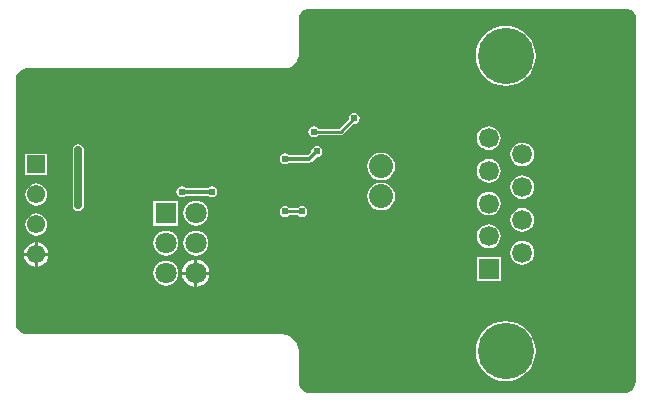
<source format=gbl>
G04 Layer_Physical_Order=2*
G04 Layer_Color=16711680*
%FSLAX25Y25*%
%MOIN*%
G70*
G01*
G75*
%ADD20C,0.01000*%
%ADD21C,0.01200*%
%ADD23C,0.02500*%
%ADD24R,0.06102X0.06102*%
%ADD25C,0.06102*%
%ADD26C,0.06653*%
%ADD27R,0.06653X0.06653*%
%ADD28C,0.18740*%
%ADD29R,0.07087X0.07087*%
%ADD30C,0.07087*%
%ADD31C,0.02400*%
%ADD32C,0.08000*%
G36*
X697725Y227294D02*
X698271Y227068D01*
X698763Y226740D01*
X699180Y226322D01*
X699509Y225830D01*
X699735Y225284D01*
X699850Y224705D01*
Y224410D01*
Y103425D01*
Y103025D01*
X699694Y102240D01*
X699388Y101501D01*
X698943Y100835D01*
X698377Y100269D01*
X697712Y99825D01*
X696973Y99519D01*
X696187Y99362D01*
X591214D01*
X590429Y99519D01*
X589690Y99825D01*
X589024Y100269D01*
X588458Y100835D01*
X588014Y101501D01*
X587708Y102240D01*
X587551Y103025D01*
Y103425D01*
Y113110D01*
X587544Y113148D01*
X587550Y113185D01*
X587528Y113617D01*
X587501Y113727D01*
Y113841D01*
X587332Y114688D01*
X587275Y114827D01*
X587245Y114975D01*
X586915Y115773D01*
X586831Y115899D01*
X586773Y116038D01*
X586293Y116756D01*
X586187Y116863D01*
X586103Y116988D01*
X585492Y117599D01*
X585367Y117683D01*
X585260Y117789D01*
X584542Y118269D01*
X584403Y118327D01*
X584277Y118411D01*
X583479Y118741D01*
X583331Y118771D01*
X583192Y118828D01*
X582345Y118997D01*
X582231D01*
X582121Y119025D01*
X581689Y119046D01*
X581651Y119040D01*
X581614Y119047D01*
X496286D01*
X496171Y119117D01*
X495757Y119266D01*
X495110Y119568D01*
X494565Y119939D01*
X494087Y120394D01*
X493688Y120920D01*
X493380Y121503D01*
X493170Y122129D01*
X493063Y122780D01*
Y123110D01*
Y151431D01*
X493130Y151532D01*
X493223Y152000D01*
X493130Y152468D01*
X493063Y152569D01*
Y155431D01*
X493130Y155532D01*
X493223Y156000D01*
X493130Y156468D01*
X493063Y156569D01*
Y159431D01*
X493130Y159532D01*
X493223Y160000D01*
X493130Y160468D01*
X493063Y160569D01*
Y163431D01*
X493130Y163532D01*
X493223Y164000D01*
X493130Y164468D01*
X493063Y164569D01*
Y167431D01*
X493130Y167532D01*
X493223Y168000D01*
X493130Y168468D01*
X493063Y168569D01*
Y171431D01*
X493130Y171532D01*
X493223Y172000D01*
X493130Y172468D01*
X493063Y172569D01*
Y175431D01*
X493130Y175532D01*
X493223Y176000D01*
X493130Y176468D01*
X493063Y176569D01*
Y203661D01*
Y203991D01*
X493170Y204643D01*
X493380Y205268D01*
X493688Y205852D01*
X494087Y206378D01*
X494565Y206832D01*
X495110Y207204D01*
X495708Y207483D01*
X496026Y207572D01*
X496064Y207592D01*
X496107Y207598D01*
X496325Y207724D01*
X582677D01*
X582715Y207732D01*
X582752Y207726D01*
X583080Y207742D01*
X583190Y207770D01*
X583303D01*
X583947Y207898D01*
X584086Y207955D01*
X584233Y207985D01*
X584839Y208236D01*
X584964Y208319D01*
X585104Y208377D01*
X585649Y208741D01*
X585755Y208848D01*
X585881Y208931D01*
X586344Y209395D01*
X586428Y209520D01*
X586535Y209627D01*
X586899Y210172D01*
X586956Y210311D01*
X587040Y210436D01*
X587291Y211042D01*
X587320Y211190D01*
X587378Y211329D01*
X587506Y211972D01*
Y212086D01*
X587534Y212195D01*
X587550Y212523D01*
X587544Y212561D01*
X587551Y212598D01*
Y224410D01*
Y224705D01*
X587667Y225284D01*
X587893Y225830D01*
X588221Y226322D01*
X588639Y226740D01*
X589130Y227068D01*
X589676Y227294D01*
X590256Y227409D01*
X697146D01*
X697725Y227294D01*
D02*
G37*
%LPC*%
G36*
X553150Y153628D02*
X552068Y153486D01*
X551060Y153068D01*
X550195Y152404D01*
X549531Y151538D01*
X549113Y150530D01*
X548971Y149449D01*
X549113Y148367D01*
X549531Y147359D01*
X550195Y146494D01*
X551060Y145830D01*
X552068Y145412D01*
X553150Y145270D01*
X554231Y145412D01*
X555239Y145830D01*
X556105Y146494D01*
X556769Y147359D01*
X557186Y148367D01*
X557329Y149449D01*
X557186Y150530D01*
X556769Y151538D01*
X556105Y152404D01*
X555239Y153068D01*
X554231Y153486D01*
X553150Y153628D01*
D02*
G37*
G36*
X499500Y149690D02*
X498942Y149616D01*
X497957Y149208D01*
X497111Y148559D01*
X496461Y147712D01*
X496053Y146727D01*
X495980Y146169D01*
X499500D01*
Y149690D01*
D02*
G37*
G36*
X662000Y150244D02*
X660975Y150109D01*
X660020Y149713D01*
X659199Y149084D01*
X658570Y148264D01*
X658174Y147309D01*
X658039Y146283D01*
X658174Y145258D01*
X658570Y144303D01*
X659199Y143483D01*
X660020Y142853D01*
X660975Y142458D01*
X662000Y142323D01*
X663025Y142458D01*
X663980Y142853D01*
X664801Y143483D01*
X665430Y144303D01*
X665826Y145258D01*
X665961Y146283D01*
X665826Y147309D01*
X665430Y148264D01*
X664801Y149084D01*
X663980Y149713D01*
X663025Y150109D01*
X662000Y150244D01*
D02*
G37*
G36*
X543150Y153628D02*
X542068Y153486D01*
X541060Y153068D01*
X540195Y152404D01*
X539531Y151538D01*
X539113Y150530D01*
X538971Y149449D01*
X539113Y148367D01*
X539531Y147359D01*
X540195Y146494D01*
X541060Y145830D01*
X542068Y145412D01*
X543150Y145270D01*
X544231Y145412D01*
X545239Y145830D01*
X546105Y146494D01*
X546769Y147359D01*
X547186Y148367D01*
X547329Y149449D01*
X547186Y150530D01*
X546769Y151538D01*
X546105Y152404D01*
X545239Y153068D01*
X544231Y153486D01*
X543150Y153628D01*
D02*
G37*
G36*
X500000Y159352D02*
X499047Y159227D01*
X498159Y158859D01*
X497396Y158273D01*
X496811Y157511D01*
X496443Y156622D01*
X496317Y155669D01*
X496443Y154716D01*
X496811Y153828D01*
X497396Y153065D01*
X498159Y152480D01*
X499047Y152112D01*
X500000Y151987D01*
X500953Y152112D01*
X501841Y152480D01*
X502604Y153065D01*
X503189Y153828D01*
X503557Y154716D01*
X503683Y155669D01*
X503557Y156622D01*
X503189Y157511D01*
X502604Y158273D01*
X501841Y158859D01*
X500953Y159227D01*
X500000Y159352D01*
D02*
G37*
G36*
X662000Y161150D02*
X660975Y161015D01*
X660020Y160619D01*
X659199Y159990D01*
X658570Y159169D01*
X658174Y158214D01*
X658039Y157189D01*
X658174Y156164D01*
X658570Y155209D01*
X659199Y154388D01*
X660020Y153759D01*
X660975Y153363D01*
X662000Y153228D01*
X663025Y153363D01*
X663980Y153759D01*
X664801Y154388D01*
X665430Y155209D01*
X665826Y156164D01*
X665961Y157189D01*
X665826Y158214D01*
X665430Y159169D01*
X664801Y159990D01*
X663980Y160619D01*
X663025Y161015D01*
X662000Y161150D01*
D02*
G37*
G36*
X500500Y149690D02*
Y146169D01*
X504020D01*
X503947Y146727D01*
X503539Y147712D01*
X502889Y148559D01*
X502043Y149208D01*
X501058Y149616D01*
X500500Y149690D01*
D02*
G37*
G36*
X650819Y155697D02*
X649794Y155562D01*
X648839Y155166D01*
X648018Y154537D01*
X647389Y153717D01*
X646993Y152761D01*
X646858Y151736D01*
X646993Y150711D01*
X647389Y149756D01*
X648018Y148936D01*
X648839Y148306D01*
X649794Y147910D01*
X650819Y147775D01*
X651844Y147910D01*
X652799Y148306D01*
X653620Y148936D01*
X654249Y149756D01*
X654645Y150711D01*
X654780Y151736D01*
X654645Y152761D01*
X654249Y153717D01*
X653620Y154537D01*
X652799Y155166D01*
X651844Y155562D01*
X650819Y155697D01*
D02*
G37*
G36*
X504020Y145169D02*
X500500D01*
Y141649D01*
X501058Y141722D01*
X502043Y142131D01*
X502889Y142780D01*
X503539Y143626D01*
X503947Y144612D01*
X504020Y145169D01*
D02*
G37*
G36*
X552650Y138949D02*
X548633D01*
X548723Y138263D01*
X549181Y137158D01*
X549909Y136208D01*
X550858Y135480D01*
X551964Y135022D01*
X552650Y134932D01*
Y138949D01*
D02*
G37*
G36*
X543150Y143628D02*
X542068Y143485D01*
X541060Y143068D01*
X540195Y142404D01*
X539531Y141538D01*
X539113Y140530D01*
X538971Y139449D01*
X539113Y138367D01*
X539531Y137359D01*
X540195Y136494D01*
X541060Y135830D01*
X542068Y135412D01*
X543150Y135270D01*
X544231Y135412D01*
X545239Y135830D01*
X546105Y136494D01*
X546769Y137359D01*
X547186Y138367D01*
X547329Y139449D01*
X547186Y140530D01*
X546769Y141538D01*
X546105Y142404D01*
X545239Y143068D01*
X544231Y143485D01*
X543150Y143628D01*
D02*
G37*
G36*
X656409Y123467D02*
X654455Y123275D01*
X652576Y122705D01*
X650843Y121779D01*
X649325Y120533D01*
X648079Y119015D01*
X647154Y117283D01*
X646584Y115403D01*
X646391Y113449D01*
X646584Y111494D01*
X647154Y109615D01*
X648079Y107883D01*
X649325Y106365D01*
X650843Y105119D01*
X652576Y104193D01*
X654455Y103623D01*
X656409Y103430D01*
X658364Y103623D01*
X660243Y104193D01*
X661975Y105119D01*
X663493Y106365D01*
X664739Y107883D01*
X665665Y109615D01*
X666235Y111494D01*
X666428Y113449D01*
X666235Y115403D01*
X665665Y117283D01*
X664739Y119015D01*
X663493Y120533D01*
X661975Y121779D01*
X660243Y122705D01*
X658364Y123275D01*
X656409Y123467D01*
D02*
G37*
G36*
X557666Y138949D02*
X553650D01*
Y134932D01*
X554336Y135022D01*
X555441Y135480D01*
X556390Y136208D01*
X557118Y137158D01*
X557576Y138263D01*
X557666Y138949D01*
D02*
G37*
G36*
X553650Y143965D02*
Y139949D01*
X557666D01*
X557576Y140635D01*
X557118Y141740D01*
X556390Y142689D01*
X555441Y143417D01*
X554336Y143875D01*
X553650Y143965D01*
D02*
G37*
G36*
X499500Y145169D02*
X495980D01*
X496053Y144612D01*
X496461Y143626D01*
X497111Y142780D01*
X497957Y142131D01*
X498942Y141722D01*
X499500Y141649D01*
Y145169D01*
D02*
G37*
G36*
X654746Y144757D02*
X646892D01*
Y136904D01*
X654746D01*
Y144757D01*
D02*
G37*
G36*
X552650Y143965D02*
X551964Y143875D01*
X550858Y143417D01*
X549909Y142689D01*
X549181Y141740D01*
X548723Y140635D01*
X548633Y139949D01*
X552650D01*
Y143965D01*
D02*
G37*
G36*
X503651Y179321D02*
X496349D01*
Y172018D01*
X503651D01*
Y179321D01*
D02*
G37*
G36*
X662000Y182961D02*
X660975Y182826D01*
X660020Y182430D01*
X659199Y181801D01*
X658570Y180980D01*
X658174Y180025D01*
X658039Y179000D01*
X658174Y177975D01*
X658570Y177020D01*
X659199Y176199D01*
X660020Y175570D01*
X660975Y175174D01*
X662000Y175039D01*
X663025Y175174D01*
X663980Y175570D01*
X664801Y176199D01*
X665430Y177020D01*
X665826Y177975D01*
X665961Y179000D01*
X665826Y180025D01*
X665430Y180980D01*
X664801Y181801D01*
X663980Y182430D01*
X663025Y182826D01*
X662000Y182961D01*
D02*
G37*
G36*
X650819Y177508D02*
X649794Y177373D01*
X648839Y176977D01*
X648018Y176348D01*
X647389Y175528D01*
X646993Y174572D01*
X646858Y173547D01*
X646993Y172522D01*
X647389Y171567D01*
X648018Y170747D01*
X648839Y170117D01*
X649794Y169721D01*
X650819Y169587D01*
X651844Y169721D01*
X652799Y170117D01*
X653620Y170747D01*
X654249Y171567D01*
X654645Y172522D01*
X654780Y173547D01*
X654645Y174572D01*
X654249Y175528D01*
X653620Y176348D01*
X652799Y176977D01*
X651844Y177373D01*
X650819Y177508D01*
D02*
G37*
G36*
X615000Y179640D02*
X613799Y179482D01*
X612680Y179018D01*
X611719Y178281D01*
X610982Y177320D01*
X610518Y176201D01*
X610360Y175000D01*
X610518Y173799D01*
X610982Y172680D01*
X611719Y171719D01*
X612680Y170982D01*
X613799Y170518D01*
X615000Y170360D01*
X616201Y170518D01*
X617320Y170982D01*
X618281Y171719D01*
X619018Y172680D01*
X619482Y173799D01*
X619640Y175000D01*
X619482Y176201D01*
X619018Y177320D01*
X618281Y178281D01*
X617320Y179018D01*
X616201Y179482D01*
X615000Y179640D01*
D02*
G37*
G36*
X606000Y192835D02*
X605298Y192696D01*
X604702Y192298D01*
X604304Y191702D01*
X604165Y191000D01*
X604206Y190792D01*
X601035Y187622D01*
X593915D01*
X593798Y187798D01*
X593202Y188196D01*
X592500Y188335D01*
X591798Y188196D01*
X591202Y187798D01*
X590804Y187202D01*
X590665Y186500D01*
X590804Y185798D01*
X591202Y185202D01*
X591798Y184804D01*
X592500Y184665D01*
X593202Y184804D01*
X593798Y185202D01*
X593915Y185378D01*
X601500D01*
X601500Y185378D01*
X601929Y185464D01*
X602293Y185707D01*
X605792Y189206D01*
X606000Y189165D01*
X606702Y189304D01*
X607298Y189702D01*
X607696Y190298D01*
X607835Y191000D01*
X607696Y191702D01*
X607298Y192298D01*
X606702Y192696D01*
X606000Y192835D01*
D02*
G37*
G36*
X656409Y221853D02*
X654455Y221660D01*
X652576Y221090D01*
X650843Y220164D01*
X649325Y218919D01*
X648079Y217401D01*
X647154Y215668D01*
X646584Y213789D01*
X646391Y211835D01*
X646584Y209880D01*
X647154Y208001D01*
X648079Y206269D01*
X649325Y204751D01*
X650843Y203505D01*
X652576Y202579D01*
X654455Y202009D01*
X656409Y201816D01*
X658364Y202009D01*
X660243Y202579D01*
X661975Y203505D01*
X663493Y204751D01*
X664739Y206269D01*
X665665Y208001D01*
X666235Y209880D01*
X666428Y211835D01*
X666235Y213789D01*
X665665Y215668D01*
X664739Y217401D01*
X663493Y218919D01*
X661975Y220164D01*
X660243Y221090D01*
X658364Y221660D01*
X656409Y221853D01*
D02*
G37*
G36*
X593500Y181835D02*
X592798Y181696D01*
X592202Y181298D01*
X591804Y180702D01*
X591665Y180000D01*
X591682Y179912D01*
X590493Y178724D01*
X584347D01*
X584298Y178798D01*
X583702Y179196D01*
X583000Y179335D01*
X582298Y179196D01*
X581702Y178798D01*
X581304Y178202D01*
X581165Y177500D01*
X581304Y176798D01*
X581702Y176202D01*
X582298Y175804D01*
X583000Y175665D01*
X583702Y175804D01*
X584298Y176202D01*
X584347Y176277D01*
X591000D01*
X591468Y176370D01*
X591865Y176635D01*
X593412Y178182D01*
X593500Y178165D01*
X594202Y178304D01*
X594798Y178702D01*
X595196Y179298D01*
X595335Y180000D01*
X595196Y180702D01*
X594798Y181298D01*
X594202Y181696D01*
X593500Y181835D01*
D02*
G37*
G36*
X650819Y188413D02*
X649794Y188278D01*
X648839Y187883D01*
X648018Y187253D01*
X647389Y186433D01*
X646993Y185478D01*
X646858Y184453D01*
X646993Y183428D01*
X647389Y182472D01*
X648018Y181652D01*
X648839Y181023D01*
X649794Y180627D01*
X650819Y180492D01*
X651844Y180627D01*
X652799Y181023D01*
X653620Y181652D01*
X654249Y182472D01*
X654645Y183428D01*
X654780Y184453D01*
X654645Y185478D01*
X654249Y186433D01*
X653620Y187253D01*
X652799Y187883D01*
X651844Y188278D01*
X650819Y188413D01*
D02*
G37*
G36*
X558500Y168335D02*
X557798Y168196D01*
X557202Y167798D01*
X557153Y167724D01*
X549847D01*
X549798Y167798D01*
X549202Y168196D01*
X548500Y168335D01*
X547798Y168196D01*
X547202Y167798D01*
X546804Y167202D01*
X546665Y166500D01*
X546804Y165798D01*
X547202Y165202D01*
X547798Y164804D01*
X548500Y164665D01*
X549202Y164804D01*
X549798Y165202D01*
X549847Y165277D01*
X557153D01*
X557202Y165202D01*
X557798Y164804D01*
X558500Y164665D01*
X559202Y164804D01*
X559798Y165202D01*
X560196Y165798D01*
X560335Y166500D01*
X560196Y167202D01*
X559798Y167798D01*
X559202Y168196D01*
X558500Y168335D01*
D02*
G37*
G36*
X650819Y166602D02*
X649794Y166467D01*
X648839Y166072D01*
X648018Y165442D01*
X647389Y164622D01*
X646993Y163667D01*
X646858Y162642D01*
X646993Y161617D01*
X647389Y160661D01*
X648018Y159841D01*
X648839Y159212D01*
X649794Y158816D01*
X650819Y158681D01*
X651844Y158816D01*
X652799Y159212D01*
X653620Y159841D01*
X654249Y160661D01*
X654645Y161617D01*
X654780Y162642D01*
X654645Y163667D01*
X654249Y164622D01*
X653620Y165442D01*
X652799Y166072D01*
X651844Y166467D01*
X650819Y166602D01*
D02*
G37*
G36*
X514000Y182386D02*
X513278Y182243D01*
X512666Y181834D01*
X512257Y181222D01*
X512114Y180500D01*
Y162000D01*
X512257Y161278D01*
X512666Y160666D01*
X513278Y160257D01*
X514000Y160114D01*
X514722Y160257D01*
X515334Y160666D01*
X515743Y161278D01*
X515886Y162000D01*
Y180500D01*
X515743Y181222D01*
X515334Y181834D01*
X514722Y182243D01*
X514000Y182386D01*
D02*
G37*
G36*
X553150Y163628D02*
X552068Y163486D01*
X551060Y163068D01*
X550195Y162404D01*
X549531Y161538D01*
X549113Y160530D01*
X548971Y159449D01*
X549113Y158367D01*
X549531Y157359D01*
X550195Y156494D01*
X551060Y155830D01*
X552068Y155412D01*
X553150Y155270D01*
X554231Y155412D01*
X555239Y155830D01*
X556105Y156494D01*
X556769Y157359D01*
X557186Y158367D01*
X557329Y159449D01*
X557186Y160530D01*
X556769Y161538D01*
X556105Y162404D01*
X555239Y163068D01*
X554231Y163486D01*
X553150Y163628D01*
D02*
G37*
G36*
X547293Y163592D02*
X539006D01*
Y155306D01*
X547293D01*
Y163592D01*
D02*
G37*
G36*
X500000Y169352D02*
X499047Y169227D01*
X498159Y168859D01*
X497396Y168273D01*
X496811Y167511D01*
X496443Y166622D01*
X496317Y165669D01*
X496443Y164716D01*
X496811Y163828D01*
X497396Y163065D01*
X498159Y162480D01*
X499047Y162112D01*
X500000Y161987D01*
X500953Y162112D01*
X501841Y162480D01*
X502604Y163065D01*
X503189Y163828D01*
X503557Y164716D01*
X503683Y165669D01*
X503557Y166622D01*
X503189Y167511D01*
X502604Y168273D01*
X501841Y168859D01*
X500953Y169227D01*
X500000Y169352D01*
D02*
G37*
G36*
X662000Y172055D02*
X660975Y171920D01*
X660020Y171524D01*
X659199Y170895D01*
X658570Y170075D01*
X658174Y169120D01*
X658039Y168094D01*
X658174Y167069D01*
X658570Y166114D01*
X659199Y165294D01*
X660020Y164664D01*
X660975Y164269D01*
X662000Y164134D01*
X663025Y164269D01*
X663980Y164664D01*
X664801Y165294D01*
X665430Y166114D01*
X665826Y167069D01*
X665961Y168094D01*
X665826Y169120D01*
X665430Y170075D01*
X664801Y170895D01*
X663980Y171524D01*
X663025Y171920D01*
X662000Y172055D01*
D02*
G37*
G36*
X615000Y169640D02*
X613799Y169482D01*
X612680Y169018D01*
X611719Y168281D01*
X610982Y167320D01*
X610518Y166201D01*
X610360Y165000D01*
X610518Y163799D01*
X610982Y162680D01*
X611719Y161719D01*
X612680Y160982D01*
X613799Y160518D01*
X615000Y160360D01*
X616201Y160518D01*
X617320Y160982D01*
X618281Y161719D01*
X619018Y162680D01*
X619482Y163799D01*
X619640Y165000D01*
X619482Y166201D01*
X619018Y167320D01*
X618281Y168281D01*
X617320Y169018D01*
X616201Y169482D01*
X615000Y169640D01*
D02*
G37*
G36*
X588500Y161835D02*
X587798Y161696D01*
X587202Y161298D01*
X587085Y161122D01*
X584415D01*
X584298Y161298D01*
X583702Y161696D01*
X583000Y161835D01*
X582298Y161696D01*
X581702Y161298D01*
X581304Y160702D01*
X581165Y160000D01*
X581304Y159298D01*
X581702Y158702D01*
X582298Y158304D01*
X583000Y158165D01*
X583702Y158304D01*
X584298Y158702D01*
X584415Y158878D01*
X587085D01*
X587202Y158702D01*
X587798Y158304D01*
X588500Y158165D01*
X589202Y158304D01*
X589798Y158702D01*
X590196Y159298D01*
X590335Y160000D01*
X590196Y160702D01*
X589798Y161298D01*
X589202Y161696D01*
X588500Y161835D01*
D02*
G37*
%LPD*%
D20*
X601500Y186500D02*
X606000Y191000D01*
X592500Y186500D02*
X601500D01*
X583000Y160000D02*
X588500D01*
D21*
X548500Y166500D02*
X558500D01*
X591000Y177500D02*
X593500Y180000D01*
X583000Y177500D02*
X591000D01*
D23*
X514000Y162000D02*
Y180500D01*
D24*
X500000Y175669D02*
D03*
D25*
Y165669D02*
D03*
Y155669D02*
D03*
Y145669D02*
D03*
D26*
X662000Y179000D02*
D03*
X650819Y151736D02*
D03*
X662000Y157189D02*
D03*
X650819Y173547D02*
D03*
X662000Y146283D02*
D03*
X650819Y162642D02*
D03*
X662000Y168094D02*
D03*
X650819Y184453D02*
D03*
D27*
Y140831D02*
D03*
D28*
X656409Y113449D02*
D03*
Y211835D02*
D03*
D29*
X543150Y159449D02*
D03*
D30*
X553150D02*
D03*
X543150Y149449D02*
D03*
X553150D02*
D03*
X543150Y139449D02*
D03*
X553150D02*
D03*
D31*
X695000Y220000D02*
D03*
X690000Y210000D02*
D03*
X695000Y200000D02*
D03*
Y180000D02*
D03*
Y160000D02*
D03*
Y140000D02*
D03*
Y120000D02*
D03*
X690000Y110000D02*
D03*
X685000Y220000D02*
D03*
X680000Y150000D02*
D03*
Y130000D02*
D03*
Y110000D02*
D03*
X675000Y220000D02*
D03*
Y200000D02*
D03*
X670000Y190000D02*
D03*
Y170000D02*
D03*
X675000Y140000D02*
D03*
X670000Y130000D02*
D03*
X675000Y120000D02*
D03*
X670000Y110000D02*
D03*
X665000Y220000D02*
D03*
X660000Y190000D02*
D03*
X665000Y140000D02*
D03*
X660000Y130000D02*
D03*
X650000Y190000D02*
D03*
X655000Y180000D02*
D03*
X650000Y130000D02*
D03*
X645000Y220000D02*
D03*
Y160000D02*
D03*
Y140000D02*
D03*
X640000Y130000D02*
D03*
X645000Y120000D02*
D03*
X640000Y110000D02*
D03*
X635000Y220000D02*
D03*
Y140000D02*
D03*
X630000Y130000D02*
D03*
Y110000D02*
D03*
X625000Y220000D02*
D03*
Y200000D02*
D03*
X620000Y170000D02*
D03*
X625000Y160000D02*
D03*
X620000Y150000D02*
D03*
X625000Y140000D02*
D03*
X620000Y130000D02*
D03*
X625000Y120000D02*
D03*
X620000Y110000D02*
D03*
X615000Y220000D02*
D03*
X610000Y170000D02*
D03*
Y150000D02*
D03*
Y130000D02*
D03*
Y110000D02*
D03*
X605000Y220000D02*
D03*
Y160000D02*
D03*
X600000Y110000D02*
D03*
X595000Y220000D02*
D03*
X590000Y130000D02*
D03*
X595000Y120000D02*
D03*
X590000Y110000D02*
D03*
X580000Y130000D02*
D03*
X585000Y120000D02*
D03*
X575000Y180000D02*
D03*
X570000Y150000D02*
D03*
X575000Y140000D02*
D03*
X570000Y130000D02*
D03*
X560000Y190000D02*
D03*
X565000Y180000D02*
D03*
X555000Y200000D02*
D03*
X550000Y190000D02*
D03*
X555000Y180000D02*
D03*
X550000Y170000D02*
D03*
X545000Y200000D02*
D03*
X540000Y190000D02*
D03*
X545000Y180000D02*
D03*
X540000Y170000D02*
D03*
X535000Y200000D02*
D03*
X530000Y190000D02*
D03*
X535000Y180000D02*
D03*
X530000Y170000D02*
D03*
X535000Y140000D02*
D03*
X525000Y200000D02*
D03*
Y180000D02*
D03*
X520000Y170000D02*
D03*
X525000Y160000D02*
D03*
X520000Y150000D02*
D03*
Y130000D02*
D03*
X515000Y200000D02*
D03*
X510000Y190000D02*
D03*
Y170000D02*
D03*
Y150000D02*
D03*
X515000Y140000D02*
D03*
X510000Y130000D02*
D03*
X505000Y200000D02*
D03*
X500000Y190000D02*
D03*
X505000Y180000D02*
D03*
Y140000D02*
D03*
X500000Y130000D02*
D03*
X624500Y148500D02*
D03*
X606000Y191000D02*
D03*
X592500Y186500D02*
D03*
X588500Y160000D02*
D03*
X593500Y180000D02*
D03*
X583000Y160000D02*
D03*
Y177500D02*
D03*
X514000Y162000D02*
D03*
Y180500D02*
D03*
X548500Y166500D02*
D03*
X558500D02*
D03*
X568110Y189390D02*
D03*
X537039Y185039D02*
D03*
X571484Y124016D02*
D03*
X634654Y120346D02*
D03*
X581744Y186256D02*
D03*
X574000Y190000D02*
D03*
X581744Y194744D02*
D03*
X577500Y190000D02*
D03*
X578000Y182500D02*
D03*
X569500Y170000D02*
D03*
X635823Y207677D02*
D03*
X609323D02*
D03*
D32*
X635000Y105000D02*
D03*
X615000Y165000D02*
D03*
Y175000D02*
D03*
M02*

</source>
